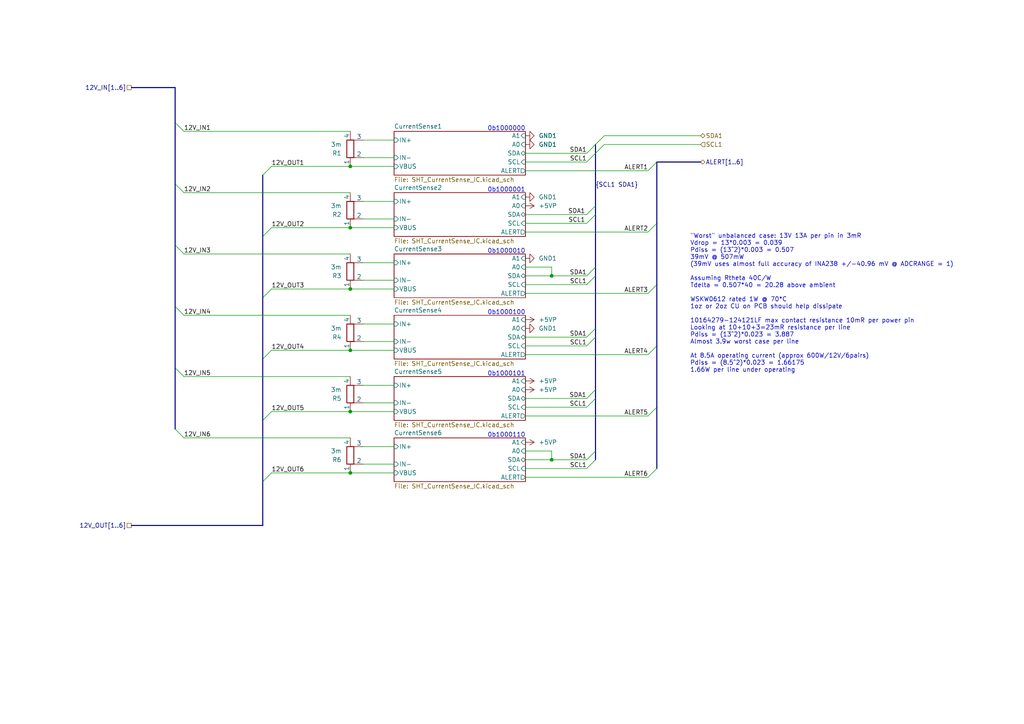
<source format=kicad_sch>
(kicad_sch
	(version 20250114)
	(generator "eeschema")
	(generator_version "9.0")
	(uuid "725cea38-44e7-4997-bb19-866dbeab6d7a")
	(paper "A4")
	(title_block
		(title "12V-2x6 Current Monitor")
		(date "2025-08-12")
		(rev "1")
		(company "eggsampler")
	)
	(lib_symbols
		(symbol "Device:R_Shunt"
			(pin_numbers
				(hide yes)
			)
			(pin_names
				(offset 0)
			)
			(exclude_from_sim no)
			(in_bom yes)
			(on_board yes)
			(property "Reference" "R"
				(at -4.445 0 90)
				(effects
					(font
						(size 1.27 1.27)
					)
				)
			)
			(property "Value" "R_Shunt"
				(at -2.54 0 90)
				(effects
					(font
						(size 1.27 1.27)
					)
				)
			)
			(property "Footprint" ""
				(at -1.778 0 90)
				(effects
					(font
						(size 1.27 1.27)
					)
					(hide yes)
				)
			)
			(property "Datasheet" "~"
				(at 0 0 0)
				(effects
					(font
						(size 1.27 1.27)
					)
					(hide yes)
				)
			)
			(property "Description" "Shunt resistor"
				(at 0 0 0)
				(effects
					(font
						(size 1.27 1.27)
					)
					(hide yes)
				)
			)
			(property "ki_keywords" "R res shunt resistor"
				(at 0 0 0)
				(effects
					(font
						(size 1.27 1.27)
					)
					(hide yes)
				)
			)
			(property "ki_fp_filters" "R_*Shunt*"
				(at 0 0 0)
				(effects
					(font
						(size 1.27 1.27)
					)
					(hide yes)
				)
			)
			(symbol "R_Shunt_0_1"
				(rectangle
					(start -1.016 -2.54)
					(end 1.016 2.54)
					(stroke
						(width 0.254)
						(type default)
					)
					(fill
						(type none)
					)
				)
				(polyline
					(pts
						(xy 0 -2.54) (xy 1.27 -2.54)
					)
					(stroke
						(width 0)
						(type default)
					)
					(fill
						(type none)
					)
				)
				(polyline
					(pts
						(xy 1.27 2.54) (xy 0 2.54)
					)
					(stroke
						(width 0)
						(type default)
					)
					(fill
						(type none)
					)
				)
			)
			(symbol "R_Shunt_1_1"
				(pin passive line
					(at 0 5.08 270)
					(length 2.54)
					(name "1"
						(effects
							(font
								(size 1.27 1.27)
							)
						)
					)
					(number "1"
						(effects
							(font
								(size 1.27 1.27)
							)
						)
					)
				)
				(pin passive line
					(at 0 -5.08 90)
					(length 2.54)
					(name "4"
						(effects
							(font
								(size 1.27 1.27)
							)
						)
					)
					(number "4"
						(effects
							(font
								(size 1.27 1.27)
							)
						)
					)
				)
				(pin passive line
					(at 3.81 2.54 180)
					(length 2.54)
					(name "2"
						(effects
							(font
								(size 1.27 1.27)
							)
						)
					)
					(number "2"
						(effects
							(font
								(size 1.27 1.27)
							)
						)
					)
				)
				(pin passive line
					(at 3.81 -2.54 180)
					(length 2.54)
					(name "3"
						(effects
							(font
								(size 1.27 1.27)
							)
						)
					)
					(number "3"
						(effects
							(font
								(size 1.27 1.27)
							)
						)
					)
				)
			)
			(embedded_fonts no)
		)
		(symbol "power:+5VP"
			(power)
			(pin_numbers
				(hide yes)
			)
			(pin_names
				(offset 0)
				(hide yes)
			)
			(exclude_from_sim no)
			(in_bom yes)
			(on_board yes)
			(property "Reference" "#PWR"
				(at 0 -3.81 0)
				(effects
					(font
						(size 1.27 1.27)
					)
					(hide yes)
				)
			)
			(property "Value" "+5VP"
				(at 0 3.556 0)
				(effects
					(font
						(size 1.27 1.27)
					)
				)
			)
			(property "Footprint" ""
				(at 0 0 0)
				(effects
					(font
						(size 1.27 1.27)
					)
					(hide yes)
				)
			)
			(property "Datasheet" ""
				(at 0 0 0)
				(effects
					(font
						(size 1.27 1.27)
					)
					(hide yes)
				)
			)
			(property "Description" "Power symbol creates a global label with name \"+5VP\""
				(at 0 0 0)
				(effects
					(font
						(size 1.27 1.27)
					)
					(hide yes)
				)
			)
			(property "ki_keywords" "global power"
				(at 0 0 0)
				(effects
					(font
						(size 1.27 1.27)
					)
					(hide yes)
				)
			)
			(symbol "+5VP_0_1"
				(polyline
					(pts
						(xy -0.762 1.27) (xy 0 2.54)
					)
					(stroke
						(width 0)
						(type default)
					)
					(fill
						(type none)
					)
				)
				(polyline
					(pts
						(xy 0 2.54) (xy 0.762 1.27)
					)
					(stroke
						(width 0)
						(type default)
					)
					(fill
						(type none)
					)
				)
				(polyline
					(pts
						(xy 0 0) (xy 0 2.54)
					)
					(stroke
						(width 0)
						(type default)
					)
					(fill
						(type none)
					)
				)
			)
			(symbol "+5VP_1_1"
				(pin power_in line
					(at 0 0 90)
					(length 0)
					(name "~"
						(effects
							(font
								(size 1.27 1.27)
							)
						)
					)
					(number "1"
						(effects
							(font
								(size 1.27 1.27)
							)
						)
					)
				)
			)
			(embedded_fonts no)
		)
		(symbol "power:GND1"
			(power)
			(pin_numbers
				(hide yes)
			)
			(pin_names
				(offset 0)
				(hide yes)
			)
			(exclude_from_sim no)
			(in_bom yes)
			(on_board yes)
			(property "Reference" "#PWR"
				(at 0 -6.35 0)
				(effects
					(font
						(size 1.27 1.27)
					)
					(hide yes)
				)
			)
			(property "Value" "GND1"
				(at 0 -3.81 0)
				(effects
					(font
						(size 1.27 1.27)
					)
				)
			)
			(property "Footprint" ""
				(at 0 0 0)
				(effects
					(font
						(size 1.27 1.27)
					)
					(hide yes)
				)
			)
			(property "Datasheet" ""
				(at 0 0 0)
				(effects
					(font
						(size 1.27 1.27)
					)
					(hide yes)
				)
			)
			(property "Description" "Power symbol creates a global label with name \"GND1\" , ground"
				(at 0 0 0)
				(effects
					(font
						(size 1.27 1.27)
					)
					(hide yes)
				)
			)
			(property "ki_keywords" "global power"
				(at 0 0 0)
				(effects
					(font
						(size 1.27 1.27)
					)
					(hide yes)
				)
			)
			(symbol "GND1_0_1"
				(polyline
					(pts
						(xy 0 0) (xy 0 -1.27) (xy 1.27 -1.27) (xy 0 -2.54) (xy -1.27 -1.27) (xy 0 -1.27)
					)
					(stroke
						(width 0)
						(type default)
					)
					(fill
						(type none)
					)
				)
			)
			(symbol "GND1_1_1"
				(pin power_in line
					(at 0 0 270)
					(length 0)
					(name "~"
						(effects
							(font
								(size 1.27 1.27)
							)
						)
					)
					(number "1"
						(effects
							(font
								(size 1.27 1.27)
							)
						)
					)
				)
			)
			(embedded_fonts no)
		)
	)
	(text "\"Worst\" unbalanced case: 13V 13A per pin in 3mR\nVdrop = 13*0.003 = 0.039\nPdiss = (13^2)*0.003 = 0.507\n39mV @ 507mW\n(39mV uses almost full accuracy of INA238 +/-40.96 mV @ ADCRANGE = 1)\n\nAssuming Rtheta 40C/W\nTdelta = 0.507*40 = 20.28 above ambient\n\nWSKW0612 rated 1W @ 70*C\n1oz or 2oz CU on PCB should help dissipate\n\n10164279-124121LF max contact resistance 10mR per power pin\nLooking at 10+10+3=23mR resistance per line\nPdiss = (13^2)*0.023 = 3.887\nAlmost 3.9w worst case per line\n\nAt 8.5A operating current (approx 600W/12V/6pairs)\nPdiss = (8.5^2)*0.023 = 1.66175\n1.66W per line under operating"
		(exclude_from_sim no)
		(at 200.152 67.818 0)
		(effects
			(font
				(size 1.27 1.27)
			)
			(justify left top)
		)
		(uuid "104717cd-1acd-4eda-863b-5539f87a326b")
	)
	(text "0b1000001"
		(exclude_from_sim no)
		(at 152.4 55.88 0)
		(effects
			(font
				(size 1.27 1.27)
			)
			(justify right bottom)
		)
		(uuid "453bf6f3-1014-47e3-a9bd-77a3a0ac0d57")
	)
	(text "0b1000100"
		(exclude_from_sim no)
		(at 152.4 91.44 0)
		(effects
			(font
				(size 1.27 1.27)
			)
			(justify right bottom)
		)
		(uuid "6f65e440-8ec5-4028-a7f6-131dcb98aad8")
	)
	(text "0b1000110"
		(exclude_from_sim no)
		(at 152.4 127 0)
		(effects
			(font
				(size 1.27 1.27)
			)
			(justify right bottom)
		)
		(uuid "71ef4514-3181-4109-963d-6e89ae88a924")
	)
	(text "0b1000101"
		(exclude_from_sim no)
		(at 152.4 109.22 0)
		(effects
			(font
				(size 1.27 1.27)
			)
			(justify right bottom)
		)
		(uuid "cd0b7419-f6bf-4779-9bed-e2ce8970208c")
	)
	(text "0b1000000"
		(exclude_from_sim no)
		(at 152.4 38.1 0)
		(effects
			(font
				(size 1.27 1.27)
			)
			(justify right bottom)
		)
		(uuid "e06382fb-967b-46bd-8003-51ee645f8ca9")
	)
	(text "0b1000010"
		(exclude_from_sim no)
		(at 152.4 73.66 0)
		(effects
			(font
				(size 1.27 1.27)
			)
			(justify right bottom)
		)
		(uuid "f175a604-e23f-40db-9b41-78de1d4a5da6")
	)
	(junction
		(at 101.6 119.38)
		(diameter 0)
		(color 0 0 0 0)
		(uuid "0f5e2ce5-b1c9-4906-b416-2e041fd76ace")
	)
	(junction
		(at 101.6 101.6)
		(diameter 0)
		(color 0 0 0 0)
		(uuid "44343f2b-89b1-4e84-86c2-644b00c891b8")
	)
	(junction
		(at 101.6 137.16)
		(diameter 0)
		(color 0 0 0 0)
		(uuid "5881efae-4f71-46cc-aaf1-5d593716f3e7")
	)
	(junction
		(at 160.02 80.01)
		(diameter 0)
		(color 0 0 0 0)
		(uuid "6bc3817c-b40d-46f2-bf4a-8780f666761e")
	)
	(junction
		(at 160.02 133.35)
		(diameter 0)
		(color 0 0 0 0)
		(uuid "71fa8ce3-16c4-4c89-aee2-802725c31bdd")
	)
	(junction
		(at 101.6 48.26)
		(diameter 0)
		(color 0 0 0 0)
		(uuid "7a30679e-7a56-414f-9380-ae611238db9e")
	)
	(junction
		(at 101.6 83.82)
		(diameter 0)
		(color 0 0 0 0)
		(uuid "82cdea78-ad1a-408a-b2db-85fdfa27c5d8")
	)
	(junction
		(at 101.6 66.04)
		(diameter 0)
		(color 0 0 0 0)
		(uuid "92ae1b10-c565-413b-b0ce-b7293f3ce39a")
	)
	(bus_entry
		(at 187.96 67.31)
		(size 2.54 -2.54)
		(stroke
			(width 0)
			(type default)
		)
		(uuid "1c4b2b4f-fc60-49d4-aec3-0bcb6f6dd388")
	)
	(bus_entry
		(at 170.18 64.77)
		(size 2.54 -2.54)
		(stroke
			(width 0)
			(type default)
		)
		(uuid "1f4ab19d-a8c1-4ce2-8a8c-2aa2331900fd")
	)
	(bus_entry
		(at 170.18 133.35)
		(size 2.54 -2.54)
		(stroke
			(width 0)
			(type default)
		)
		(uuid "24df1ad7-08b3-43f6-8df4-04118656831a")
	)
	(bus_entry
		(at 170.18 100.33)
		(size 2.54 -2.54)
		(stroke
			(width 0)
			(type default)
		)
		(uuid "301e8918-1251-4542-b1e8-de5b4840dad1")
	)
	(bus_entry
		(at 175.26 39.37)
		(size -2.54 2.54)
		(stroke
			(width 0)
			(type default)
		)
		(uuid "38bedf2e-7917-4f23-92e8-b510a34a48db")
	)
	(bus_entry
		(at 170.18 82.55)
		(size 2.54 -2.54)
		(stroke
			(width 0)
			(type default)
		)
		(uuid "3be82063-e393-4402-bf7c-745355b4a387")
	)
	(bus_entry
		(at 50.8 106.68)
		(size 2.54 2.54)
		(stroke
			(width 0)
			(type default)
		)
		(uuid "40a489a6-7674-4cfc-8d4e-d83f1a552c68")
	)
	(bus_entry
		(at 76.2 139.7)
		(size 2.54 -2.54)
		(stroke
			(width 0)
			(type default)
		)
		(uuid "4e504f77-189e-4d8a-b251-00f9da97d8c5")
	)
	(bus_entry
		(at 170.18 118.11)
		(size 2.54 -2.54)
		(stroke
			(width 0)
			(type default)
		)
		(uuid "4f80df49-a7c3-4d08-b26b-69cdebe889e1")
	)
	(bus_entry
		(at 50.8 124.46)
		(size 2.54 2.54)
		(stroke
			(width 0)
			(type default)
		)
		(uuid "5754b8bf-1566-4e49-91c9-812d676b429c")
	)
	(bus_entry
		(at 187.96 120.65)
		(size 2.54 -2.54)
		(stroke
			(width 0)
			(type default)
		)
		(uuid "5cf3869f-2083-47ee-85d0-2236cd79df92")
	)
	(bus_entry
		(at 76.2 86.36)
		(size 2.54 -2.54)
		(stroke
			(width 0)
			(type default)
		)
		(uuid "64176a45-b9df-465a-88bd-a6f3643ae8f2")
	)
	(bus_entry
		(at 50.8 71.12)
		(size 2.54 2.54)
		(stroke
			(width 0)
			(type default)
		)
		(uuid "6ba563d5-6347-45fe-8b7d-d0abd5f4f2f9")
	)
	(bus_entry
		(at 170.18 62.23)
		(size 2.54 -2.54)
		(stroke
			(width 0)
			(type default)
		)
		(uuid "79a058c6-d33e-492f-a26f-42ed4184a916")
	)
	(bus_entry
		(at 170.18 97.79)
		(size 2.54 -2.54)
		(stroke
			(width 0)
			(type default)
		)
		(uuid "7e0455ac-b5f5-4df7-b31d-1fd72d66fb08")
	)
	(bus_entry
		(at 170.18 80.01)
		(size 2.54 -2.54)
		(stroke
			(width 0)
			(type default)
		)
		(uuid "93f55881-6bc3-4631-9300-7bfc4c1e1bc7")
	)
	(bus_entry
		(at 50.8 53.34)
		(size 2.54 2.54)
		(stroke
			(width 0)
			(type default)
		)
		(uuid "96a0b9d6-b15a-4f4c-83d7-d578d73a02ed")
	)
	(bus_entry
		(at 50.8 88.9)
		(size 2.54 2.54)
		(stroke
			(width 0)
			(type default)
		)
		(uuid "97e6b60f-62c7-4f13-aff2-aae6882b6611")
	)
	(bus_entry
		(at 76.2 50.8)
		(size 2.54 -2.54)
		(stroke
			(width 0)
			(type default)
		)
		(uuid "9b3f536c-b3e9-4035-9317-aebb7c1b00cd")
	)
	(bus_entry
		(at 76.2 104.14)
		(size 2.54 -2.54)
		(stroke
			(width 0)
			(type default)
		)
		(uuid "9fce60f0-57e1-479e-8b1f-d5d52e468043")
	)
	(bus_entry
		(at 187.96 85.09)
		(size 2.54 -2.54)
		(stroke
			(width 0)
			(type default)
		)
		(uuid "a7b6e365-10bc-4235-a6f6-412802703b7f")
	)
	(bus_entry
		(at 170.18 44.45)
		(size 2.54 -2.54)
		(stroke
			(width 0)
			(type default)
		)
		(uuid "a8506a1a-ad41-4cfb-8f1a-1d3f805cb426")
	)
	(bus_entry
		(at 170.18 46.99)
		(size 2.54 -2.54)
		(stroke
			(width 0)
			(type default)
		)
		(uuid "be9b34e8-a6a9-445a-b1ad-91970fa8869f")
	)
	(bus_entry
		(at 187.96 49.53)
		(size 2.54 -2.54)
		(stroke
			(width 0)
			(type default)
		)
		(uuid "c199ace2-233b-4c14-bd6d-8a7e35c2f35e")
	)
	(bus_entry
		(at 170.18 115.57)
		(size 2.54 -2.54)
		(stroke
			(width 0)
			(type default)
		)
		(uuid "cf5e32b0-da7a-4bed-870a-54b02c6c2da6")
	)
	(bus_entry
		(at 187.96 102.87)
		(size 2.54 -2.54)
		(stroke
			(width 0)
			(type default)
		)
		(uuid "d2c5a651-689a-4d89-85c2-65f564473a49")
	)
	(bus_entry
		(at 175.26 41.91)
		(size -2.54 2.54)
		(stroke
			(width 0)
			(type default)
		)
		(uuid "d8bd3d69-2cfd-41ff-9cf1-2a2d0f195643")
	)
	(bus_entry
		(at 170.18 135.89)
		(size 2.54 -2.54)
		(stroke
			(width 0)
			(type default)
		)
		(uuid "da281e3c-328b-43c7-b94b-10c3c9480893")
	)
	(bus_entry
		(at 50.8 35.56)
		(size 2.54 2.54)
		(stroke
			(width 0)
			(type default)
		)
		(uuid "fa99a09f-1de6-4d0a-9c00-fb0f9a3f52dd")
	)
	(bus_entry
		(at 76.2 121.92)
		(size 2.54 -2.54)
		(stroke
			(width 0)
			(type default)
		)
		(uuid "fb1f7c28-5fc0-4186-ab0b-5957d650b52b")
	)
	(bus_entry
		(at 187.96 138.43)
		(size 2.54 -2.54)
		(stroke
			(width 0)
			(type default)
		)
		(uuid "fd71982f-df1d-494a-9d27-1aff3207fa60")
	)
	(bus_entry
		(at 76.2 68.58)
		(size 2.54 -2.54)
		(stroke
			(width 0)
			(type default)
		)
		(uuid "ff245fb3-d4c6-4643-8a9c-951abf8cb852")
	)
	(wire
		(pts
			(xy 105.41 111.76) (xy 114.3 111.76)
		)
		(stroke
			(width 0)
			(type default)
		)
		(uuid "01784c57-a0ac-4bdd-a87a-9307a1c85c28")
	)
	(wire
		(pts
			(xy 152.4 49.53) (xy 187.96 49.53)
		)
		(stroke
			(width 0)
			(type default)
		)
		(uuid "01972c31-0ca3-4810-b60c-0e5c327933b9")
	)
	(wire
		(pts
			(xy 105.41 81.28) (xy 114.3 81.28)
		)
		(stroke
			(width 0)
			(type default)
		)
		(uuid "01e855a5-4792-401c-9046-a3d05ad7979e")
	)
	(bus
		(pts
			(xy 38.1 25.4) (xy 50.8 25.4)
		)
		(stroke
			(width 0)
			(type default)
		)
		(uuid "0427dd99-36fd-471c-b8d0-4ab8064f3760")
	)
	(wire
		(pts
			(xy 78.74 137.16) (xy 101.6 137.16)
		)
		(stroke
			(width 0)
			(type default)
		)
		(uuid "052cd991-6529-479d-a8f6-8b22dcb3fd1e")
	)
	(bus
		(pts
			(xy 190.5 64.77) (xy 190.5 46.99)
		)
		(stroke
			(width 0)
			(type default)
		)
		(uuid "05b527b6-c82e-48a2-a2c1-49189e55926c")
	)
	(wire
		(pts
			(xy 101.6 66.04) (xy 114.3 66.04)
		)
		(stroke
			(width 0)
			(type default)
		)
		(uuid "071838f4-999f-47d5-9041-10175daeda45")
	)
	(bus
		(pts
			(xy 172.72 95.25) (xy 172.72 97.79)
		)
		(stroke
			(width 0)
			(type default)
		)
		(uuid "09118b4a-5f5d-4e75-a604-1fbce1753d97")
	)
	(wire
		(pts
			(xy 53.34 55.88) (xy 101.6 55.88)
		)
		(stroke
			(width 0)
			(type default)
		)
		(uuid "0b0b478a-248b-414b-b8de-bb1338ddf9f8")
	)
	(wire
		(pts
			(xy 78.74 119.38) (xy 101.6 119.38)
		)
		(stroke
			(width 0)
			(type default)
		)
		(uuid "0e6188b5-33b8-488e-89b1-b115a24ed193")
	)
	(wire
		(pts
			(xy 160.02 77.47) (xy 160.02 80.01)
		)
		(stroke
			(width 0)
			(type default)
		)
		(uuid "0faf74f4-b7fd-4d4c-9e6f-33952c7457bb")
	)
	(bus
		(pts
			(xy 190.5 82.55) (xy 190.5 64.77)
		)
		(stroke
			(width 0)
			(type default)
		)
		(uuid "12bfec58-2be1-41f6-8e41-16b9c8386c13")
	)
	(wire
		(pts
			(xy 152.4 100.33) (xy 170.18 100.33)
		)
		(stroke
			(width 0)
			(type default)
		)
		(uuid "133fce8e-b087-4956-a705-7abe8a52cee2")
	)
	(bus
		(pts
			(xy 172.72 77.47) (xy 172.72 80.01)
		)
		(stroke
			(width 0)
			(type default)
		)
		(uuid "1540be28-720a-4164-92c4-7c348950a0b2")
	)
	(bus
		(pts
			(xy 50.8 106.68) (xy 50.8 88.9)
		)
		(stroke
			(width 0)
			(type default)
		)
		(uuid "160ac0cb-e27e-4f70-a5ba-0de78586537c")
	)
	(bus
		(pts
			(xy 76.2 104.14) (xy 76.2 121.92)
		)
		(stroke
			(width 0)
			(type default)
		)
		(uuid "17cd4bf4-2536-4962-9eea-2ece3db869db")
	)
	(wire
		(pts
			(xy 160.02 130.81) (xy 160.02 133.35)
		)
		(stroke
			(width 0)
			(type default)
		)
		(uuid "191bda06-174b-4ad8-94a8-44eb8fdd13b1")
	)
	(wire
		(pts
			(xy 53.34 109.22) (xy 101.6 109.22)
		)
		(stroke
			(width 0)
			(type default)
		)
		(uuid "24b82bd1-909e-472d-879f-2d8e4a3a6ece")
	)
	(wire
		(pts
			(xy 105.41 58.42) (xy 114.3 58.42)
		)
		(stroke
			(width 0)
			(type default)
		)
		(uuid "25252edd-c388-40da-9203-2415c359573d")
	)
	(wire
		(pts
			(xy 53.34 73.66) (xy 101.6 73.66)
		)
		(stroke
			(width 0)
			(type default)
		)
		(uuid "27b741cb-d1f9-4688-bac5-c4cdca089ea8")
	)
	(wire
		(pts
			(xy 105.41 45.72) (xy 114.3 45.72)
		)
		(stroke
			(width 0)
			(type default)
		)
		(uuid "2cd14aca-13ef-4064-9c35-8f52cba8a405")
	)
	(wire
		(pts
			(xy 152.4 64.77) (xy 170.18 64.77)
		)
		(stroke
			(width 0)
			(type default)
		)
		(uuid "2ce26492-d406-4e4c-a898-7dcb8eeb47e4")
	)
	(wire
		(pts
			(xy 152.4 46.99) (xy 170.18 46.99)
		)
		(stroke
			(width 0)
			(type default)
		)
		(uuid "2ef84525-5a20-413b-949e-0dcde3a102dd")
	)
	(wire
		(pts
			(xy 160.02 133.35) (xy 152.4 133.35)
		)
		(stroke
			(width 0)
			(type default)
		)
		(uuid "2f9f4981-2f08-4101-b99b-be91d878f2d3")
	)
	(wire
		(pts
			(xy 105.41 76.2) (xy 114.3 76.2)
		)
		(stroke
			(width 0)
			(type default)
		)
		(uuid "3065c059-f2a5-4b06-ae26-238ab0bd76d1")
	)
	(wire
		(pts
			(xy 105.41 116.84) (xy 114.3 116.84)
		)
		(stroke
			(width 0)
			(type default)
		)
		(uuid "3345138a-36fa-42a7-8a23-100e6b2b31a7")
	)
	(bus
		(pts
			(xy 76.2 139.7) (xy 76.2 152.4)
		)
		(stroke
			(width 0)
			(type default)
		)
		(uuid "3895d340-ed55-4850-bd1d-f15ab60a0ff8")
	)
	(wire
		(pts
			(xy 152.4 130.81) (xy 160.02 130.81)
		)
		(stroke
			(width 0)
			(type default)
		)
		(uuid "39892fa1-9b33-467e-87ad-e2d1191007c0")
	)
	(wire
		(pts
			(xy 78.74 101.6) (xy 101.6 101.6)
		)
		(stroke
			(width 0)
			(type default)
		)
		(uuid "3a0481cc-271c-4667-9ec1-82180a4bc6a0")
	)
	(wire
		(pts
			(xy 105.41 99.06) (xy 114.3 99.06)
		)
		(stroke
			(width 0)
			(type default)
		)
		(uuid "3d8f8774-8ff0-4c0d-8a8c-8757aaf7f317")
	)
	(bus
		(pts
			(xy 190.5 135.89) (xy 190.5 118.11)
		)
		(stroke
			(width 0)
			(type default)
		)
		(uuid "3e7c09b7-0d2f-4616-aa36-f94f138607c5")
	)
	(bus
		(pts
			(xy 172.72 44.45) (xy 172.72 59.69)
		)
		(stroke
			(width 0)
			(type default)
		)
		(uuid "411ab51c-f87d-4017-ac9c-0a393d5f4616")
	)
	(bus
		(pts
			(xy 76.2 68.58) (xy 76.2 86.36)
		)
		(stroke
			(width 0)
			(type default)
		)
		(uuid "4cdf22c6-7402-438f-8a92-c84f0369dc89")
	)
	(bus
		(pts
			(xy 38.1 152.4) (xy 76.2 152.4)
		)
		(stroke
			(width 0)
			(type default)
		)
		(uuid "573d4147-5d2a-404c-a6d7-1e4ff5c4a538")
	)
	(wire
		(pts
			(xy 101.6 83.82) (xy 114.3 83.82)
		)
		(stroke
			(width 0)
			(type default)
		)
		(uuid "5a870d62-77a6-4ba9-8813-91bb50839311")
	)
	(wire
		(pts
			(xy 152.4 120.65) (xy 187.96 120.65)
		)
		(stroke
			(width 0)
			(type default)
		)
		(uuid "5d5210f2-29a8-407f-b5e9-b828c0b676c3")
	)
	(bus
		(pts
			(xy 172.72 115.57) (xy 172.72 130.81)
		)
		(stroke
			(width 0)
			(type default)
		)
		(uuid "5e85972e-4a7b-44db-b683-1720db73c3ab")
	)
	(wire
		(pts
			(xy 105.41 93.98) (xy 114.3 93.98)
		)
		(stroke
			(width 0)
			(type default)
		)
		(uuid "61ec6811-7352-4ec0-b799-fd76ee1e1d15")
	)
	(wire
		(pts
			(xy 101.6 119.38) (xy 114.3 119.38)
		)
		(stroke
			(width 0)
			(type default)
		)
		(uuid "62b60be5-6332-4349-98f7-9ab62d985504")
	)
	(wire
		(pts
			(xy 78.74 66.04) (xy 101.6 66.04)
		)
		(stroke
			(width 0)
			(type default)
		)
		(uuid "62d23e9d-facf-403c-87c6-d591db2dc53a")
	)
	(wire
		(pts
			(xy 53.34 38.1) (xy 101.6 38.1)
		)
		(stroke
			(width 0)
			(type default)
		)
		(uuid "67ce58b0-72b5-49fb-b12a-0682f7ea464a")
	)
	(wire
		(pts
			(xy 152.4 135.89) (xy 170.18 135.89)
		)
		(stroke
			(width 0)
			(type default)
		)
		(uuid "6ae77722-5957-42b9-99ad-a008bdd4e570")
	)
	(bus
		(pts
			(xy 76.2 121.92) (xy 76.2 139.7)
		)
		(stroke
			(width 0)
			(type default)
		)
		(uuid "6c628fe5-bd21-4e42-a787-3e6a0ec2ed26")
	)
	(wire
		(pts
			(xy 105.41 129.54) (xy 114.3 129.54)
		)
		(stroke
			(width 0)
			(type default)
		)
		(uuid "6cf44f0d-c9ce-4fb1-9683-7ffcc453ee99")
	)
	(bus
		(pts
			(xy 76.2 50.8) (xy 76.2 68.58)
		)
		(stroke
			(width 0)
			(type default)
		)
		(uuid "6e56f320-d390-408a-b493-040a9aae2b68")
	)
	(wire
		(pts
			(xy 152.4 85.09) (xy 187.96 85.09)
		)
		(stroke
			(width 0)
			(type default)
		)
		(uuid "78aac6bd-3c6b-4297-80ed-0693001ba2d1")
	)
	(wire
		(pts
			(xy 152.4 77.47) (xy 160.02 77.47)
		)
		(stroke
			(width 0)
			(type default)
		)
		(uuid "7917da8f-7e59-4e31-bc78-a9771f32697d")
	)
	(bus
		(pts
			(xy 50.8 88.9) (xy 50.8 71.12)
		)
		(stroke
			(width 0)
			(type default)
		)
		(uuid "798eba50-1609-48bb-a1bc-7f24fde9e7f6")
	)
	(wire
		(pts
			(xy 175.26 39.37) (xy 203.2 39.37)
		)
		(stroke
			(width 0)
			(type default)
		)
		(uuid "7a97918b-727e-47c0-b3d1-40041aa8b2d3")
	)
	(wire
		(pts
			(xy 101.6 101.6) (xy 114.3 101.6)
		)
		(stroke
			(width 0)
			(type default)
		)
		(uuid "7bfd1570-df9a-45c2-bede-cf8f9e60ef1d")
	)
	(wire
		(pts
			(xy 101.6 137.16) (xy 114.3 137.16)
		)
		(stroke
			(width 0)
			(type default)
		)
		(uuid "7e2040bd-0e02-4288-adb1-99e80d9f4eaf")
	)
	(wire
		(pts
			(xy 105.41 134.62) (xy 114.3 134.62)
		)
		(stroke
			(width 0)
			(type default)
		)
		(uuid "861d890c-259c-4287-b8d5-708f8db46693")
	)
	(bus
		(pts
			(xy 50.8 124.46) (xy 50.8 106.68)
		)
		(stroke
			(width 0)
			(type default)
		)
		(uuid "893370a9-23c9-4755-bd68-b9aa11af122c")
	)
	(wire
		(pts
			(xy 152.4 62.23) (xy 170.18 62.23)
		)
		(stroke
			(width 0)
			(type default)
		)
		(uuid "90c721cd-1758-427a-8c0c-8634d62acbde")
	)
	(bus
		(pts
			(xy 172.72 62.23) (xy 172.72 77.47)
		)
		(stroke
			(width 0)
			(type default)
		)
		(uuid "91612c54-16e0-4493-95a5-99a317664aaa")
	)
	(bus
		(pts
			(xy 190.5 100.33) (xy 190.5 82.55)
		)
		(stroke
			(width 0)
			(type default)
		)
		(uuid "91d1550a-88ae-4bc0-bb42-51890e01799e")
	)
	(bus
		(pts
			(xy 172.72 59.69) (xy 172.72 62.23)
		)
		(stroke
			(width 0)
			(type default)
		)
		(uuid "985f0e5b-e10b-43d0-acdb-df5bc1bb875c")
	)
	(wire
		(pts
			(xy 53.34 91.44) (xy 101.6 91.44)
		)
		(stroke
			(width 0)
			(type default)
		)
		(uuid "99e7fdf1-c31f-40e3-a5bb-b3086d4f9572")
	)
	(bus
		(pts
			(xy 190.5 46.99) (xy 203.2 46.99)
		)
		(stroke
			(width 0)
			(type default)
		)
		(uuid "9d5bcb8a-0286-4acf-85a3-26ff3f1a91f2")
	)
	(wire
		(pts
			(xy 160.02 133.35) (xy 170.18 133.35)
		)
		(stroke
			(width 0)
			(type default)
		)
		(uuid "9ee977c7-5d2b-428a-81b7-6eb1e69d18da")
	)
	(wire
		(pts
			(xy 152.4 97.79) (xy 170.18 97.79)
		)
		(stroke
			(width 0)
			(type default)
		)
		(uuid "a9f99fad-ec25-4ea3-a4aa-95b3fa2d4573")
	)
	(wire
		(pts
			(xy 152.4 82.55) (xy 170.18 82.55)
		)
		(stroke
			(width 0)
			(type default)
		)
		(uuid "aa4988db-fdc3-4b35-8a67-22226c1948a1")
	)
	(wire
		(pts
			(xy 101.6 48.26) (xy 114.3 48.26)
		)
		(stroke
			(width 0)
			(type default)
		)
		(uuid "ac02063f-5c93-4f16-afa2-c4274fcc3bbd")
	)
	(bus
		(pts
			(xy 190.5 118.11) (xy 190.5 100.33)
		)
		(stroke
			(width 0)
			(type default)
		)
		(uuid "ad2c3ba4-cdc5-4003-acdc-450677886428")
	)
	(wire
		(pts
			(xy 105.41 63.5) (xy 114.3 63.5)
		)
		(stroke
			(width 0)
			(type default)
		)
		(uuid "ad9ce7cd-805d-4cde-81a3-44d69834730b")
	)
	(bus
		(pts
			(xy 172.72 41.91) (xy 172.72 44.45)
		)
		(stroke
			(width 0)
			(type default)
		)
		(uuid "b8614a0a-dba7-4b43-849f-78fd29a97cf9")
	)
	(bus
		(pts
			(xy 172.72 97.79) (xy 172.72 113.03)
		)
		(stroke
			(width 0)
			(type default)
		)
		(uuid "bc91ca40-00fb-4797-b06c-6319d4cbfca2")
	)
	(bus
		(pts
			(xy 172.72 113.03) (xy 172.72 115.57)
		)
		(stroke
			(width 0)
			(type default)
		)
		(uuid "c0b9802e-2026-4a23-bea7-2a0174ae0c8a")
	)
	(wire
		(pts
			(xy 78.74 48.26) (xy 101.6 48.26)
		)
		(stroke
			(width 0)
			(type default)
		)
		(uuid "c11a65d8-b4ab-4d82-a774-589370512005")
	)
	(wire
		(pts
			(xy 152.4 115.57) (xy 170.18 115.57)
		)
		(stroke
			(width 0)
			(type default)
		)
		(uuid "c17fd632-9910-4568-984f-e8c8279c8d11")
	)
	(wire
		(pts
			(xy 152.4 80.01) (xy 160.02 80.01)
		)
		(stroke
			(width 0)
			(type default)
		)
		(uuid "c8cb5135-f5a4-4780-a102-64a11b7ebbc2")
	)
	(bus
		(pts
			(xy 50.8 25.4) (xy 50.8 35.56)
		)
		(stroke
			(width 0)
			(type default)
		)
		(uuid "cb6f17e7-c5b2-4b53-98bb-d0eb1f2f5381")
	)
	(wire
		(pts
			(xy 53.34 127) (xy 101.6 127)
		)
		(stroke
			(width 0)
			(type default)
		)
		(uuid "cbdfef0e-4b66-4249-8a01-6a781fabe640")
	)
	(wire
		(pts
			(xy 152.4 118.11) (xy 170.18 118.11)
		)
		(stroke
			(width 0)
			(type default)
		)
		(uuid "d100a33b-bf5f-4f0a-8931-f783764727ed")
	)
	(wire
		(pts
			(xy 105.41 40.64) (xy 114.3 40.64)
		)
		(stroke
			(width 0)
			(type default)
		)
		(uuid "d2a824a9-0435-46dc-a393-2d003dcbe7ec")
	)
	(wire
		(pts
			(xy 152.4 67.31) (xy 187.96 67.31)
		)
		(stroke
			(width 0)
			(type default)
		)
		(uuid "d681d90b-a35f-4c51-9389-d71d9eca19d9")
	)
	(bus
		(pts
			(xy 172.72 130.81) (xy 172.72 133.35)
		)
		(stroke
			(width 0)
			(type default)
		)
		(uuid "dc6d5fa3-6211-4752-a7c3-49d82e0dfe55")
	)
	(wire
		(pts
			(xy 203.2 41.91) (xy 175.26 41.91)
		)
		(stroke
			(width 0)
			(type default)
		)
		(uuid "decb7461-51d5-4d33-b1c9-6bfede5feabc")
	)
	(bus
		(pts
			(xy 76.2 86.36) (xy 76.2 104.14)
		)
		(stroke
			(width 0)
			(type default)
		)
		(uuid "e1902f32-6e38-42d3-b3d9-2e526f5e7aed")
	)
	(wire
		(pts
			(xy 78.74 83.82) (xy 101.6 83.82)
		)
		(stroke
			(width 0)
			(type default)
		)
		(uuid "e26e5025-6a18-486e-9857-edc733548ffc")
	)
	(bus
		(pts
			(xy 50.8 53.34) (xy 50.8 71.12)
		)
		(stroke
			(width 0)
			(type default)
		)
		(uuid "e7f0f3ca-af3e-4a55-83bc-6f0abb8a965c")
	)
	(wire
		(pts
			(xy 160.02 80.01) (xy 170.18 80.01)
		)
		(stroke
			(width 0)
			(type default)
		)
		(uuid "e846b7c5-986c-441b-9c68-3200bfb0346a")
	)
	(bus
		(pts
			(xy 172.72 80.01) (xy 172.72 95.25)
		)
		(stroke
			(width 0)
			(type default)
		)
		(uuid "eca083c1-9391-41f4-ae44-b23568589a9b")
	)
	(wire
		(pts
			(xy 152.4 138.43) (xy 187.96 138.43)
		)
		(stroke
			(width 0)
			(type default)
		)
		(uuid "eeecfa9d-e438-43ca-984e-6d447d946aa1")
	)
	(wire
		(pts
			(xy 152.4 44.45) (xy 170.18 44.45)
		)
		(stroke
			(width 0)
			(type default)
		)
		(uuid "f39bca38-0938-463c-9c77-acf50a973050")
	)
	(bus
		(pts
			(xy 50.8 35.56) (xy 50.8 53.34)
		)
		(stroke
			(width 0)
			(type default)
		)
		(uuid "fb299065-863f-48e3-8a21-3645d790b03c")
	)
	(wire
		(pts
			(xy 152.4 102.87) (xy 187.96 102.87)
		)
		(stroke
			(width 0)
			(type default)
		)
		(uuid "fdf5b104-765f-4e90-81de-597a6cfb85a4")
	)
	(label "ALERT2"
		(at 187.96 67.31 180)
		(effects
			(font
				(size 1.27 1.27)
			)
			(justify right bottom)
		)
		(uuid "0530437d-2a1c-41a3-9137-f865da3fa153")
	)
	(label "ALERT5"
		(at 187.96 120.65 180)
		(effects
			(font
				(size 1.27 1.27)
			)
			(justify right bottom)
		)
		(uuid "0e1bf806-7cbe-489a-b436-6c84317d83b5")
	)
	(label "12V_OUT3"
		(at 78.74 83.82 0)
		(effects
			(font
				(size 1.27 1.27)
			)
			(justify left bottom)
		)
		(uuid "119a7edf-72a4-4ffc-872c-f160c62bb8ae")
	)
	(label "ALERT1"
		(at 187.96 49.53 180)
		(effects
			(font
				(size 1.27 1.27)
			)
			(justify right bottom)
		)
		(uuid "17d70fbb-b832-4b4d-9405-2e29f02edc91")
	)
	(label "SDA1"
		(at 170.18 80.01 180)
		(effects
			(font
				(size 1.27 1.27)
			)
			(justify right bottom)
		)
		(uuid "249e3da2-268f-4b9b-ba31-2c1b758ce9ce")
	)
	(label "12V_OUT5"
		(at 78.74 119.38 0)
		(effects
			(font
				(size 1.27 1.27)
			)
			(justify left bottom)
		)
		(uuid "266010e3-fe7d-4e5e-ae60-5e77330820f6")
	)
	(label "SDA1"
		(at 170.18 133.35 180)
		(effects
			(font
				(size 1.27 1.27)
			)
			(justify right bottom)
		)
		(uuid "342027bb-e481-49b4-9741-9fdc51ebb07a")
	)
	(label "12V_OUT2"
		(at 78.74 66.04 0)
		(effects
			(font
				(size 1.27 1.27)
			)
			(justify left bottom)
		)
		(uuid "38691b5a-ca86-4532-b7bc-52d58b221865")
	)
	(label "12V_IN6"
		(at 53.34 127 0)
		(effects
			(font
				(size 1.27 1.27)
			)
			(justify left bottom)
		)
		(uuid "46cb66dc-557b-48ba-9cfc-fecf5ca021dc")
	)
	(label "ALERT3"
		(at 187.96 85.09 180)
		(effects
			(font
				(size 1.27 1.27)
			)
			(justify right bottom)
		)
		(uuid "4eb063d5-b8dc-4ed4-b315-dc0b1b3ab0d2")
	)
	(label "12V_IN5"
		(at 53.34 109.22 0)
		(effects
			(font
				(size 1.27 1.27)
			)
			(justify left bottom)
		)
		(uuid "59111178-3121-4429-939b-df139b637c03")
	)
	(label "SCL1"
		(at 170.18 82.55 180)
		(effects
			(font
				(size 1.27 1.27)
			)
			(justify right bottom)
		)
		(uuid "59acc616-332b-4c75-89b6-0e15387f0f58")
	)
	(label "SDA1"
		(at 170.18 97.79 180)
		(effects
			(font
				(size 1.27 1.27)
			)
			(justify right bottom)
		)
		(uuid "684781ec-c161-4585-87b5-bff6c4091b2a")
	)
	(label "ALERT4"
		(at 187.96 102.87 180)
		(effects
			(font
				(size 1.27 1.27)
			)
			(justify right bottom)
		)
		(uuid "74ebac75-3264-4abb-b252-31c496cd468d")
	)
	(label "SCL1"
		(at 170.18 135.89 180)
		(effects
			(font
				(size 1.27 1.27)
			)
			(justify right bottom)
		)
		(uuid "8350ecc3-51ca-4159-a108-29da5a726b3a")
	)
	(label "12V_IN3"
		(at 53.34 73.66 0)
		(effects
			(font
				(size 1.27 1.27)
			)
			(justify left bottom)
		)
		(uuid "854b159f-4639-443b-91d9-92c859da72bd")
	)
	(label "12V_IN1"
		(at 53.34 38.1 0)
		(effects
			(font
				(size 1.27 1.27)
			)
			(justify left bottom)
		)
		(uuid "87be98be-beeb-4405-aac1-1e5879c3ceb3")
	)
	(label "SCL1"
		(at 170.18 100.33 180)
		(effects
			(font
				(size 1.27 1.27)
			)
			(justify right bottom)
		)
		(uuid "9540ddef-3369-4922-8579-8946ef49f32a")
	)
	(label "SDA1"
		(at 170.1017 115.57 180)
		(effects
			(font
				(size 1.27 1.27)
			)
			(justify right bottom)
		)
		(uuid "a132d3a3-d5e8-46b7-8cc2-22e283cf3f27")
	)
	(label "12V_OUT4"
		(at 78.74 101.6 0)
		(effects
			(font
				(size 1.27 1.27)
			)
			(justify left bottom)
		)
		(uuid "a2a38d3a-8f2b-485d-a620-675cb5e914d5")
	)
	(label "SCL1"
		(at 170.1017 118.11 180)
		(effects
			(font
				(size 1.27 1.27)
			)
			(justify right bottom)
		)
		(uuid "a9c6537c-2759-4e39-8717-831a84e0fd6c")
	)
	(label "{SCL1 SDA1}"
		(at 172.72 54.61 0)
		(effects
			(font
				(size 1.27 1.27)
			)
			(justify left bottom)
		)
		(uuid "ab848de9-468d-43c9-bc77-47550f601d3c")
	)
	(label "12V_OUT6"
		(at 78.74 137.16 0)
		(effects
			(font
				(size 1.27 1.27)
			)
			(justify left bottom)
		)
		(uuid "b07a8d56-8293-4cce-850c-eec9fd6c1293")
	)
	(label "SCL1"
		(at 169.7456 64.77 180)
		(effects
			(font
				(size 1.27 1.27)
			)
			(justify right bottom)
		)
		(uuid "bb0f6fb9-e4b8-4659-a7ea-f7ef005aa774")
	)
	(label "SCL1"
		(at 170.18 46.99 180)
		(effects
			(font
				(size 1.27 1.27)
			)
			(justify right bottom)
		)
		(uuid "be2c753f-e82d-44d4-a929-dff80fa83809")
	)
	(label "12V_IN4"
		(at 53.34 91.44 0)
		(effects
			(font
				(size 1.27 1.27)
			)
			(justify left bottom)
		)
		(uuid "cc49aa98-ba81-4101-8f20-19953f902f23")
	)
	(label "SDA1"
		(at 170.18 44.45 180)
		(effects
			(font
				(size 1.27 1.27)
			)
			(justify right bottom)
		)
		(uuid "d84844a1-ec7b-4756-b0ff-24ea6747964c")
	)
	(label "SDA1"
		(at 169.7456 62.23 180)
		(effects
			(font
				(size 1.27 1.27)
			)
			(justify right bottom)
		)
		(uuid "de9c504c-eb52-41d7-8be5-064655f69380")
	)
	(label "12V_IN2"
		(at 53.34 55.88 0)
		(effects
			(font
				(size 1.27 1.27)
			)
			(justify left bottom)
		)
		(uuid "e44c2b46-bfff-4cb4-b443-7b01f7f12c7e")
	)
	(label "ALERT6"
		(at 187.96 138.43 180)
		(effects
			(font
				(size 1.27 1.27)
			)
			(justify right bottom)
		)
		(uuid "ec6b7e03-729b-4492-996c-faf986370bd1")
	)
	(label "12V_OUT1"
		(at 78.74 48.26 0)
		(effects
			(font
				(size 1.27 1.27)
			)
			(justify left bottom)
		)
		(uuid "f33f1ad3-5207-4201-9f63-834147cfd80c")
	)
	(hierarchical_label "SDA1"
		(shape bidirectional)
		(at 203.2 39.37 0)
		(effects
			(font
				(size 1.27 1.27)
			)
			(justify left)
		)
		(uuid "23eb1cce-d5c6-476e-90f9-5ffe7c47c476")
	)
	(hierarchical_label "ALERT[1..6]"
		(shape bidirectional)
		(at 203.2 46.99 0)
		(effects
			(font
				(size 1.27 1.27)
			)
			(justify left)
		)
		(uuid "280902ff-d479-42b6-bbce-fece769dee00")
	)
	(hierarchical_label "SCL1"
		(shape input)
		(at 203.2 41.91 0)
		(effects
			(font
				(size 1.27 1.27)
			)
			(justify left)
		)
		(uuid "4bd1e9cb-bc22-46c1-94c2-d91878ce29e5")
	)
	(hierarchical_label "12V_OUT[1..6]"
		(shape passive)
		(at 38.1 152.4 180)
		(effects
			(font
				(size 1.27 1.27)
			)
			(justify right)
		)
		(uuid "78ca9fce-8947-46a4-810e-d61590728285")
	)
	(hierarchical_label "12V_IN[1..6]"
		(shape passive)
		(at 38.1 25.4 180)
		(effects
			(font
				(size 1.27 1.27)
			)
			(justify right)
		)
		(uuid "f8fd15c7-3dea-4a61-b65c-3bea2d1555d8")
	)
	(symbol
		(lib_id "power:GND1")
		(at 152.4 74.93 90)
		(unit 1)
		(exclude_from_sim no)
		(in_bom yes)
		(on_board yes)
		(dnp no)
		(fields_autoplaced yes)
		(uuid "06a46d7c-71e6-4a56-8e50-ebdeee82c169")
		(property "Reference" "#PWR021"
			(at 158.75 74.93 0)
			(effects
				(font
					(size 1.27 1.27)
				)
				(hide yes)
			)
		)
		(property "Value" "GND1"
			(at 156.21 74.9299 90)
			(effects
				(font
					(size 1.27 1.27)
				)
				(justify right)
			)
		)
		(property "Footprint" ""
			(at 152.4 74.93 0)
			(effects
				(font
					(size 1.27 1.27)
				)
				(hide yes)
			)
		)
		(property "Datasheet" ""
			(at 152.4 74.93 0)
			(effects
				(font
					(size 1.27 1.27)
				)
				(hide yes)
			)
		)
		(property "Description" "Power symbol creates a global label with name \"GND1\" , ground"
			(at 152.4 74.93 0)
			(effects
				(font
					(size 1.27 1.27)
				)
				(hide yes)
			)
		)
		(pin "1"
			(uuid "6d0d9c63-d75e-4146-8fee-838a167d747b")
		)
		(instances
			(project "12v-2x6"
				(path "/8b0d253f-310b-49c8-a50d-a58538d7eb55/5f64c334-7659-4c76-9323-ebfdee80268f"
					(reference "#PWR021")
					(unit 1)
				)
			)
		)
	)
	(symbol
		(lib_id "power:+5VP")
		(at 152.4 113.03 270)
		(unit 1)
		(exclude_from_sim no)
		(in_bom yes)
		(on_board yes)
		(dnp no)
		(fields_autoplaced yes)
		(uuid "1bfb0783-6ff3-44bd-8a9d-bab9e50fef60")
		(property "Reference" "#PWR0107"
			(at 148.59 113.03 0)
			(effects
				(font
					(size 1.27 1.27)
				)
				(hide yes)
			)
		)
		(property "Value" "+5VP"
			(at 156.21 113.0299 90)
			(effects
				(font
					(size 1.27 1.27)
				)
				(justify left)
			)
		)
		(property "Footprint" ""
			(at 152.4 113.03 0)
			(effects
				(font
					(size 1.27 1.27)
				)
				(hide yes)
			)
		)
		(property "Datasheet" ""
			(at 152.4 113.03 0)
			(effects
				(font
					(size 1.27 1.27)
				)
				(hide yes)
			)
		)
		(property "Description" "Power symbol creates a global label with name \"+5VP\""
			(at 152.4 113.03 0)
			(effects
				(font
					(size 1.27 1.27)
				)
				(hide yes)
			)
		)
		(pin "1"
			(uuid "dbda2ddd-c671-43a8-b456-a13b6c81b1cd")
		)
		(instances
			(project "12v-2x6"
				(path "/8b0d253f-310b-49c8-a50d-a58538d7eb55/5f64c334-7659-4c76-9323-ebfdee80268f"
					(reference "#PWR0107")
					(unit 1)
				)
			)
		)
	)
	(symbol
		(lib_id "power:GND1")
		(at 152.4 95.25 90)
		(unit 1)
		(exclude_from_sim no)
		(in_bom yes)
		(on_board yes)
		(dnp no)
		(fields_autoplaced yes)
		(uuid "1db8c1e3-59c5-409f-abed-43cff861a503")
		(property "Reference" "#PWR022"
			(at 158.75 95.25 0)
			(effects
				(font
					(size 1.27 1.27)
				)
				(hide yes)
			)
		)
		(property "Value" "GND1"
			(at 156.21 95.2499 90)
			(effects
				(font
					(size 1.27 1.27)
				)
				(justify right)
			)
		)
		(property "Footprint" ""
			(at 152.4 95.25 0)
			(effects
				(font
					(size 1.27 1.27)
				)
				(hide yes)
			)
		)
		(property "Datasheet" ""
			(at 152.4 95.25 0)
			(effects
				(font
					(size 1.27 1.27)
				)
				(hide yes)
			)
		)
		(property "Description" "Power symbol creates a global label with name \"GND1\" , ground"
			(at 152.4 95.25 0)
			(effects
				(font
					(size 1.27 1.27)
				)
				(hide yes)
			)
		)
		(pin "1"
			(uuid "7d79c857-3077-432c-b8d2-c8fedd6268aa")
		)
		(instances
			(project "12v-2x6"
				(path "/8b0d253f-310b-49c8-a50d-a58538d7eb55/5f64c334-7659-4c76-9323-ebfdee80268f"
					(reference "#PWR022")
					(unit 1)
				)
			)
		)
	)
	(symbol
		(lib_id "Device:R_Shunt")
		(at 101.6 96.52 0)
		(mirror x)
		(unit 1)
		(exclude_from_sim no)
		(in_bom yes)
		(on_board yes)
		(dnp no)
		(uuid "291c39b0-a289-45a7-8c8e-dac48aec68b5")
		(property "Reference" "R4"
			(at 99.06 97.7901 0)
			(effects
				(font
					(size 1.27 1.27)
				)
				(justify right)
			)
		)
		(property "Value" "3m"
			(at 99.06 95.2501 0)
			(effects
				(font
					(size 1.27 1.27)
				)
				(justify right)
			)
		)
		(property "Footprint" "Resistor_SMD:R_Shunt_Vishay_WSKW0612"
			(at 99.822 96.52 90)
			(effects
				(font
					(size 1.27 1.27)
				)
				(hide yes)
			)
		)
		(property "Datasheet" "~"
			(at 101.6 96.52 0)
			(effects
				(font
					(size 1.27 1.27)
				)
				(hide yes)
			)
		)
		(property "Description" "Shunt resistor"
			(at 101.6 96.52 0)
			(effects
				(font
					(size 1.27 1.27)
				)
				(hide yes)
			)
		)
		(pin "2"
			(uuid "5106aaf6-decf-4091-8087-097aedd1daa3")
		)
		(pin "3"
			(uuid "2aa97c23-06e7-4923-bb83-4064f228bc14")
		)
		(pin "1"
			(uuid "e448bb1f-5768-4701-9a6d-176398cf569a")
		)
		(pin "4"
			(uuid "12e13ba1-dd82-4007-9214-b79856aae60b")
		)
		(instances
			(project "12v-2x6"
				(path "/8b0d253f-310b-49c8-a50d-a58538d7eb55/5f64c334-7659-4c76-9323-ebfdee80268f"
					(reference "R4")
					(unit 1)
				)
			)
		)
	)
	(symbol
		(lib_id "power:GND1")
		(at 152.4 57.15 90)
		(unit 1)
		(exclude_from_sim no)
		(in_bom yes)
		(on_board yes)
		(dnp no)
		(fields_autoplaced yes)
		(uuid "359f480e-1daf-4df3-8b76-a174f3a0e2b4")
		(property "Reference" "#PWR0101"
			(at 158.75 57.15 0)
			(effects
				(font
					(size 1.27 1.27)
				)
				(hide yes)
			)
		)
		(property "Value" "GND1"
			(at 156.21 57.1499 90)
			(effects
				(font
					(size 1.27 1.27)
				)
				(justify right)
			)
		)
		(property "Footprint" ""
			(at 152.4 57.15 0)
			(effects
				(font
					(size 1.27 1.27)
				)
				(hide yes)
			)
		)
		(property "Datasheet" ""
			(at 152.4 57.15 0)
			(effects
				(font
					(size 1.27 1.27)
				)
				(hide yes)
			)
		)
		(property "Description" "Power symbol creates a global label with name \"GND1\" , ground"
			(at 152.4 57.15 0)
			(effects
				(font
					(size 1.27 1.27)
				)
				(hide yes)
			)
		)
		(pin "1"
			(uuid "04e9bd4d-7b20-463c-b50b-bcb75f541f36")
		)
		(instances
			(project "12v-2x6"
				(path "/8b0d253f-310b-49c8-a50d-a58538d7eb55/5f64c334-7659-4c76-9323-ebfdee80268f"
					(reference "#PWR0101")
					(unit 1)
				)
			)
		)
	)
	(symbol
		(lib_id "power:GND1")
		(at 152.4 39.37 90)
		(unit 1)
		(exclude_from_sim no)
		(in_bom yes)
		(on_board yes)
		(dnp no)
		(fields_autoplaced yes)
		(uuid "49d70942-28b5-415a-86ee-a07124b9e8d3")
		(property "Reference" "#PWR028"
			(at 158.75 39.37 0)
			(effects
				(font
					(size 1.27 1.27)
				)
				(hide yes)
			)
		)
		(property "Value" "GND1"
			(at 156.21 39.3699 90)
			(effects
				(font
					(size 1.27 1.27)
				)
				(justify right)
			)
		)
		(property "Footprint" ""
			(at 152.4 39.37 0)
			(effects
				(font
					(size 1.27 1.27)
				)
				(hide yes)
			)
		)
		(property "Datasheet" ""
			(at 152.4 39.37 0)
			(effects
				(font
					(size 1.27 1.27)
				)
				(hide yes)
			)
		)
		(property "Description" "Power symbol creates a global label with name \"GND1\" , ground"
			(at 152.4 39.37 0)
			(effects
				(font
					(size 1.27 1.27)
				)
				(hide yes)
			)
		)
		(pin "1"
			(uuid "8ebfcb1b-5079-41d1-9789-2db2518fb9d2")
		)
		(instances
			(project "12v-2x6"
				(path "/8b0d253f-310b-49c8-a50d-a58538d7eb55/5f64c334-7659-4c76-9323-ebfdee80268f"
					(reference "#PWR028")
					(unit 1)
				)
			)
		)
	)
	(symbol
		(lib_id "Device:R_Shunt")
		(at 101.6 78.74 0)
		(mirror x)
		(unit 1)
		(exclude_from_sim no)
		(in_bom yes)
		(on_board yes)
		(dnp no)
		(uuid "58d0c9c3-ab60-4085-860b-d0e7645e64da")
		(property "Reference" "R3"
			(at 99.06 80.0101 0)
			(effects
				(font
					(size 1.27 1.27)
				)
				(justify right)
			)
		)
		(property "Value" "3m"
			(at 99.06 77.4701 0)
			(effects
				(font
					(size 1.27 1.27)
				)
				(justify right)
			)
		)
		(property "Footprint" "Resistor_SMD:R_Shunt_Vishay_WSKW0612"
			(at 99.822 78.74 90)
			(effects
				(font
					(size 1.27 1.27)
				)
				(hide yes)
			)
		)
		(property "Datasheet" "~"
			(at 101.6 78.74 0)
			(effects
				(font
					(size 1.27 1.27)
				)
				(hide yes)
			)
		)
		(property "Description" "Shunt resistor"
			(at 101.6 78.74 0)
			(effects
				(font
					(size 1.27 1.27)
				)
				(hide yes)
			)
		)
		(pin "2"
			(uuid "4fe81ad4-b897-4009-963b-c6e00409e485")
		)
		(pin "3"
			(uuid "14919786-db46-46ca-8f88-1c084fa1c409")
		)
		(pin "1"
			(uuid "3bc5ce89-1aa2-43d6-8311-0bd145e36122")
		)
		(pin "4"
			(uuid "7445d81f-2faf-406f-a5bb-94f5b744c862")
		)
		(instances
			(project "12v-2x6"
				(path "/8b0d253f-310b-49c8-a50d-a58538d7eb55/5f64c334-7659-4c76-9323-ebfdee80268f"
					(reference "R3")
					(unit 1)
				)
			)
		)
	)
	(symbol
		(lib_id "Device:R_Shunt")
		(at 101.6 114.3 0)
		(mirror x)
		(unit 1)
		(exclude_from_sim no)
		(in_bom yes)
		(on_board yes)
		(dnp no)
		(uuid "70957949-b88e-4ec3-a551-717f97d236ec")
		(property "Reference" "R5"
			(at 99.06 115.5701 0)
			(effects
				(font
					(size 1.27 1.27)
				)
				(justify right)
			)
		)
		(property "Value" "3m"
			(at 99.06 113.0301 0)
			(effects
				(font
					(size 1.27 1.27)
				)
				(justify right)
			)
		)
		(property "Footprint" "Resistor_SMD:R_Shunt_Vishay_WSKW0612"
			(at 99.822 114.3 90)
			(effects
				(font
					(size 1.27 1.27)
				)
				(hide yes)
			)
		)
		(property "Datasheet" "~"
			(at 101.6 114.3 0)
			(effects
				(font
					(size 1.27 1.27)
				)
				(hide yes)
			)
		)
		(property "Description" "Shunt resistor"
			(at 101.6 114.3 0)
			(effects
				(font
					(size 1.27 1.27)
				)
				(hide yes)
			)
		)
		(pin "2"
			(uuid "a6c0eb3c-783e-4315-b56c-71185a96d406")
		)
		(pin "3"
			(uuid "dada121f-d2cf-45c0-baf9-c24270e007e4")
		)
		(pin "1"
			(uuid "3c97d908-cf17-4d76-950e-32df522da3e3")
		)
		(pin "4"
			(uuid "b75d0128-9043-4737-8afb-f48143b80f1c")
		)
		(instances
			(project "12v-2x6"
				(path "/8b0d253f-310b-49c8-a50d-a58538d7eb55/5f64c334-7659-4c76-9323-ebfdee80268f"
					(reference "R5")
					(unit 1)
				)
			)
		)
	)
	(symbol
		(lib_id "power:+5VP")
		(at 152.4 110.49 270)
		(unit 1)
		(exclude_from_sim no)
		(in_bom yes)
		(on_board yes)
		(dnp no)
		(fields_autoplaced yes)
		(uuid "8c5ddc3d-099a-4544-9ad6-b40e3e56d23d")
		(property "Reference" "#PWR0106"
			(at 148.59 110.49 0)
			(effects
				(font
					(size 1.27 1.27)
				)
				(hide yes)
			)
		)
		(property "Value" "+5VP"
			(at 156.21 110.4899 90)
			(effects
				(font
					(size 1.27 1.27)
				)
				(justify left)
			)
		)
		(property "Footprint" ""
			(at 152.4 110.49 0)
			(effects
				(font
					(size 1.27 1.27)
				)
				(hide yes)
			)
		)
		(property "Datasheet" ""
			(at 152.4 110.49 0)
			(effects
				(font
					(size 1.27 1.27)
				)
				(hide yes)
			)
		)
		(property "Description" "Power symbol creates a global label with name \"+5VP\""
			(at 152.4 110.49 0)
			(effects
				(font
					(size 1.27 1.27)
				)
				(hide yes)
			)
		)
		(pin "1"
			(uuid "c9da3798-d1cc-42bf-9f10-6923b70e5d24")
		)
		(instances
			(project "12v-2x6"
				(path "/8b0d253f-310b-49c8-a50d-a58538d7eb55/5f64c334-7659-4c76-9323-ebfdee80268f"
					(reference "#PWR0106")
					(unit 1)
				)
			)
		)
	)
	(symbol
		(lib_id "Device:R_Shunt")
		(at 101.6 132.08 0)
		(mirror x)
		(unit 1)
		(exclude_from_sim no)
		(in_bom yes)
		(on_board yes)
		(dnp no)
		(uuid "b23aab02-d9d4-46a2-ae8d-59b6602c6d19")
		(property "Reference" "R6"
			(at 99.06 133.3501 0)
			(effects
				(font
					(size 1.27 1.27)
				)
				(justify right)
			)
		)
		(property "Value" "3m"
			(at 99.06 130.8101 0)
			(effects
				(font
					(size 1.27 1.27)
				)
				(justify right)
			)
		)
		(property "Footprint" "Resistor_SMD:R_Shunt_Vishay_WSKW0612"
			(at 99.822 132.08 90)
			(effects
				(font
					(size 1.27 1.27)
				)
				(hide yes)
			)
		)
		(property "Datasheet" "~"
			(at 101.6 132.08 0)
			(effects
				(font
					(size 1.27 1.27)
				)
				(hide yes)
			)
		)
		(property "Description" "Shunt resistor"
			(at 101.6 132.08 0)
			(effects
				(font
					(size 1.27 1.27)
				)
				(hide yes)
			)
		)
		(pin "2"
			(uuid "7c7f1d68-e993-491b-b0e6-de835452a11c")
		)
		(pin "3"
			(uuid "fabc844d-c925-4106-bd5c-ff4fca28fd56")
		)
		(pin "1"
			(uuid "651ea160-29b4-4b07-8793-ae4e246088eb")
		)
		(pin "4"
			(uuid "e6b9e3f9-e3ab-4906-b8c9-48d4ea082912")
		)
		(instances
			(project "12v-2x6"
				(path "/8b0d253f-310b-49c8-a50d-a58538d7eb55/5f64c334-7659-4c76-9323-ebfdee80268f"
					(reference "R6")
					(unit 1)
				)
			)
		)
	)
	(symbol
		(lib_id "power:+5VP")
		(at 152.4 59.69 270)
		(unit 1)
		(exclude_from_sim no)
		(in_bom yes)
		(on_board yes)
		(dnp no)
		(fields_autoplaced yes)
		(uuid "c838a502-d307-48dd-9b3b-5194e6a0c496")
		(property "Reference" "#PWR0103"
			(at 148.59 59.69 0)
			(effects
				(font
					(size 1.27 1.27)
				)
				(hide yes)
			)
		)
		(property "Value" "+5VP"
			(at 156.21 59.6899 90)
			(effects
				(font
					(size 1.27 1.27)
				)
				(justify left)
			)
		)
		(property "Footprint" ""
			(at 152.4 59.69 0)
			(effects
				(font
					(size 1.27 1.27)
				)
				(hide yes)
			)
		)
		(property "Datasheet" ""
			(at 152.4 59.69 0)
			(effects
				(font
					(size 1.27 1.27)
				)
				(hide yes)
			)
		)
		(property "Description" "Power symbol creates a global label with name \"+5VP\""
			(at 152.4 59.69 0)
			(effects
				(font
					(size 1.27 1.27)
				)
				(hide yes)
			)
		)
		(pin "1"
			(uuid "5f679d9c-4373-4629-86f7-a372e32680ed")
		)
		(instances
			(project "12v-2x6"
				(path "/8b0d253f-310b-49c8-a50d-a58538d7eb55/5f64c334-7659-4c76-9323-ebfdee80268f"
					(reference "#PWR0103")
					(unit 1)
				)
			)
		)
	)
	(symbol
		(lib_id "Device:R_Shunt")
		(at 101.6 43.18 0)
		(mirror x)
		(unit 1)
		(exclude_from_sim no)
		(in_bom yes)
		(on_board yes)
		(dnp no)
		(uuid "c9188a2a-a06a-49fd-8d33-2d6b9ee352e8")
		(property "Reference" "R1"
			(at 99.06 44.4501 0)
			(effects
				(font
					(size 1.27 1.27)
				)
				(justify right)
			)
		)
		(property "Value" "3m"
			(at 99.06 41.9101 0)
			(effects
				(font
					(size 1.27 1.27)
				)
				(justify right)
			)
		)
		(property "Footprint" "Resistor_SMD:R_Shunt_Vishay_WSKW0612"
			(at 99.822 43.18 90)
			(effects
				(font
					(size 1.27 1.27)
				)
				(hide yes)
			)
		)
		(property "Datasheet" "~"
			(at 101.6 43.18 0)
			(effects
				(font
					(size 1.27 1.27)
				)
				(hide yes)
			)
		)
		(property "Description" "Shunt resistor"
			(at 101.6 43.18 0)
			(effects
				(font
					(size 1.27 1.27)
				)
				(hide yes)
			)
		)
		(pin "2"
			(uuid "fa2123ef-ef9a-4a32-8a0b-0ef388c3de57")
		)
		(pin "3"
			(uuid "e4d98956-88e7-475e-aac2-dd72dbbd52f2")
		)
		(pin "1"
			(uuid "f8d51bed-c6a2-42e7-9e0b-48b8179c33c3")
		)
		(pin "4"
			(uuid "97a8bf52-1d3c-4dc3-831a-72fcb9ab773c")
		)
		(instances
			(project "12v-2x6"
				(path "/8b0d253f-310b-49c8-a50d-a58538d7eb55/5f64c334-7659-4c76-9323-ebfdee80268f"
					(reference "R1")
					(unit 1)
				)
			)
		)
	)
	(symbol
		(lib_id "power:GND1")
		(at 152.4 41.91 90)
		(unit 1)
		(exclude_from_sim no)
		(in_bom yes)
		(on_board yes)
		(dnp no)
		(fields_autoplaced yes)
		(uuid "d4b75b0b-7373-4e34-9b69-eb08d835b217")
		(property "Reference" "#PWR0102"
			(at 158.75 41.91 0)
			(effects
				(font
					(size 1.27 1.27)
				)
				(hide yes)
			)
		)
		(property "Value" "GND1"
			(at 156.21 41.9099 90)
			(effects
				(font
					(size 1.27 1.27)
				)
				(justify right)
			)
		)
		(property "Footprint" ""
			(at 152.4 41.91 0)
			(effects
				(font
					(size 1.27 1.27)
				)
				(hide yes)
			)
		)
		(property "Datasheet" ""
			(at 152.4 41.91 0)
			(effects
				(font
					(size 1.27 1.27)
				)
				(hide yes)
			)
		)
		(property "Description" "Power symbol creates a global label with name \"GND1\" , ground"
			(at 152.4 41.91 0)
			(effects
				(font
					(size 1.27 1.27)
				)
				(hide yes)
			)
		)
		(pin "1"
			(uuid "a352e712-50b9-4b6c-97b1-2a55f5a17793")
		)
		(instances
			(project "12v-2x6"
				(path "/8b0d253f-310b-49c8-a50d-a58538d7eb55/5f64c334-7659-4c76-9323-ebfdee80268f"
					(reference "#PWR0102")
					(unit 1)
				)
			)
		)
	)
	(symbol
		(lib_id "Device:R_Shunt")
		(at 101.6 60.96 0)
		(mirror x)
		(unit 1)
		(exclude_from_sim no)
		(in_bom yes)
		(on_board yes)
		(dnp no)
		(uuid "dfa811a3-ff0d-4166-8a58-060952a9593c")
		(property "Reference" "R2"
			(at 99.06 62.2301 0)
			(effects
				(font
					(size 1.27 1.27)
				)
				(justify right)
			)
		)
		(property "Value" "3m"
			(at 99.06 59.6901 0)
			(effects
				(font
					(size 1.27 1.27)
				)
				(justify right)
			)
		)
		(property "Footprint" "Resistor_SMD:R_Shunt_Vishay_WSKW0612"
			(at 99.822 60.96 90)
			(effects
				(font
					(size 1.27 1.27)
				)
				(hide yes)
			)
		)
		(property "Datasheet" "~"
			(at 101.6 60.96 0)
			(effects
				(font
					(size 1.27 1.27)
				)
				(hide yes)
			)
		)
		(property "Description" "Shunt resistor"
			(at 101.6 60.96 0)
			(effects
				(font
					(size 1.27 1.27)
				)
				(hide yes)
			)
		)
		(pin "2"
			(uuid "1c967705-aa1f-45a5-aa6c-e39982ec9fe5")
		)
		(pin "3"
			(uuid "7cffbda8-6d37-4ba9-a2ce-3c9dea63a139")
		)
		(pin "1"
			(uuid "02a09f2d-33e2-49d5-9721-fb7e3a684460")
		)
		(pin "4"
			(uuid "af0bcbed-b4e7-4f41-a5bc-4c720d2c8b7e")
		)
		(instances
			(project "12v-2x6"
				(path "/8b0d253f-310b-49c8-a50d-a58538d7eb55/5f64c334-7659-4c76-9323-ebfdee80268f"
					(reference "R2")
					(unit 1)
				)
			)
		)
	)
	(symbol
		(lib_id "power:+5VP")
		(at 152.4 128.27 270)
		(unit 1)
		(exclude_from_sim no)
		(in_bom yes)
		(on_board yes)
		(dnp no)
		(fields_autoplaced yes)
		(uuid "e680330b-0660-42bf-8c6a-2e33e9c9564c")
		(property "Reference" "#PWR0104"
			(at 148.59 128.27 0)
			(effects
				(font
					(size 1.27 1.27)
				)
				(hide yes)
			)
		)
		(property "Value" "+5VP"
			(at 156.21 128.2699 90)
			(effects
				(font
					(size 1.27 1.27)
				)
				(justify left)
			)
		)
		(property "Footprint" ""
			(at 152.4 128.27 0)
			(effects
				(font
					(size 1.27 1.27)
				)
				(hide yes)
			)
		)
		(property "Datasheet" ""
			(at 152.4 128.27 0)
			(effects
				(font
					(size 1.27 1.27)
				)
				(hide yes)
			)
		)
		(property "Description" "Power symbol creates a global label with name \"+5VP\""
			(at 152.4 128.27 0)
			(effects
				(font
					(size 1.27 1.27)
				)
				(hide yes)
			)
		)
		(pin "1"
			(uuid "30749899-ef35-4076-8a46-c4e82cc567f4")
		)
		(instances
			(project "12v-2x6"
				(path "/8b0d253f-310b-49c8-a50d-a58538d7eb55/5f64c334-7659-4c76-9323-ebfdee80268f"
					(reference "#PWR0104")
					(unit 1)
				)
			)
		)
	)
	(symbol
		(lib_id "power:+5VP")
		(at 152.4 92.71 270)
		(unit 1)
		(exclude_from_sim no)
		(in_bom yes)
		(on_board yes)
		(dnp no)
		(fields_autoplaced yes)
		(uuid "fed61533-23e9-471a-9667-77a2da79ff8f")
		(property "Reference" "#PWR0105"
			(at 148.59 92.71 0)
			(effects
				(font
					(size 1.27 1.27)
				)
				(hide yes)
			)
		)
		(property "Value" "+5VP"
			(at 156.21 92.7099 90)
			(effects
				(font
					(size 1.27 1.27)
				)
				(justify left)
			)
		)
		(property "Footprint" ""
			(at 152.4 92.71 0)
			(effects
				(font
					(size 1.27 1.27)
				)
				(hide yes)
			)
		)
		(property "Datasheet" ""
			(at 152.4 92.71 0)
			(effects
				(font
					(size 1.27 1.27)
				)
				(hide yes)
			)
		)
		(property "Description" "Power symbol creates a global label with name \"+5VP\""
			(at 152.4 92.71 0)
			(effects
				(font
					(size 1.27 1.27)
				)
				(hide yes)
			)
		)
		(pin "1"
			(uuid "488c6b70-7032-4bff-a66b-801195996ad0")
		)
		(instances
			(project "12v-2x6"
				(path "/8b0d253f-310b-49c8-a50d-a58538d7eb55/5f64c334-7659-4c76-9323-ebfdee80268f"
					(reference "#PWR0105")
					(unit 1)
				)
			)
		)
	)
	(sheet
		(at 114.3 73.66)
		(size 38.1 12.7)
		(exclude_from_sim no)
		(in_bom yes)
		(on_board yes)
		(dnp no)
		(fields_autoplaced yes)
		(stroke
			(width 0.1524)
			(type solid)
		)
		(fill
			(color 0 0 0 0.0000)
		)
		(uuid "0603ebd5-0d24-456c-bcc8-096102021372")
		(property "Sheetname" "CurrentSense3"
			(at 114.3 72.9484 0)
			(effects
				(font
					(size 1.27 1.27)
				)
				(justify left bottom)
			)
		)
		(property "Sheetfile" "SHT_CurrentSense_IC.kicad_sch"
			(at 114.3 86.9446 0)
			(effects
				(font
					(size 1.27 1.27)
				)
				(justify left top)
			)
		)
		(pin "VBUS" input
			(at 114.3 83.82 180)
			(uuid "d1efc56a-879a-400d-a7ad-67d47bd45788")
			(effects
				(font
					(size 1.27 1.27)
				)
				(justify left)
			)
		)
		(pin "A1" input
			(at 152.4 74.93 0)
			(uuid "53fe8b60-a0ac-4f0f-830a-985576bf15e6")
			(effects
				(font
					(size 1.27 1.27)
				)
				(justify right)
			)
		)
		(pin "IN+" input
			(at 114.3 76.2 180)
			(uuid "98c123da-15a3-4505-94d4-b70e2075151b")
			(effects
				(font
					(size 1.27 1.27)
				)
				(justify left)
			)
		)
		(pin "IN-" input
			(at 114.3 81.28 180)
			(uuid "dd61e8d4-bf48-4540-9385-cd029ae3528e")
			(effects
				(font
					(size 1.27 1.27)
				)
				(justify left)
			)
		)
		(pin "SCL" input
			(at 152.4 82.55 0)
			(uuid "a978251d-373a-4365-8c07-d7ba00e12b3b")
			(effects
				(font
					(size 1.27 1.27)
				)
				(justify right)
			)
		)
		(pin "SDA" bidirectional
			(at 152.4 80.01 0)
			(uuid "ec634d23-43bc-4384-b637-4aac2692cf3d")
			(effects
				(font
					(size 1.27 1.27)
				)
				(justify right)
			)
		)
		(pin "A0" input
			(at 152.4 77.47 0)
			(uuid "e4d1ac3b-09ec-452e-bb4b-34dfb2c4af6a")
			(effects
				(font
					(size 1.27 1.27)
				)
				(justify right)
			)
		)
		(pin "ALERT" output
			(at 152.4 85.09 0)
			(uuid "9bfb91c9-bc30-404b-b0a5-068d28498744")
			(effects
				(font
					(size 1.27 1.27)
				)
				(justify right)
			)
		)
		(instances
			(project "12v-2x6"
				(path "/8b0d253f-310b-49c8-a50d-a58538d7eb55/5f64c334-7659-4c76-9323-ebfdee80268f"
					(page "6")
				)
			)
		)
	)
	(sheet
		(at 114.3 55.88)
		(size 38.1 12.7)
		(exclude_from_sim no)
		(in_bom yes)
		(on_board yes)
		(dnp no)
		(fields_autoplaced yes)
		(stroke
			(width 0.1524)
			(type solid)
		)
		(fill
			(color 0 0 0 0.0000)
		)
		(uuid "7fc7a08f-7432-48be-87d1-d700ce9c812c")
		(property "Sheetname" "CurrentSense2"
			(at 114.3 55.1684 0)
			(effects
				(font
					(size 1.27 1.27)
				)
				(justify left bottom)
			)
		)
		(property "Sheetfile" "SHT_CurrentSense_IC.kicad_sch"
			(at 114.3 69.1646 0)
			(effects
				(font
					(size 1.27 1.27)
				)
				(justify left top)
			)
		)
		(pin "VBUS" input
			(at 114.3 66.04 180)
			(uuid "16e3e261-d9cd-49cb-b62e-53ad68a3e7db")
			(effects
				(font
					(size 1.27 1.27)
				)
				(justify left)
			)
		)
		(pin "A1" input
			(at 152.4 57.15 0)
			(uuid "605fb3bd-e2e3-46a0-95e1-f194536606ae")
			(effects
				(font
					(size 1.27 1.27)
				)
				(justify right)
			)
		)
		(pin "IN+" input
			(at 114.3 58.42 180)
			(uuid "6ee02ad4-4bf9-4c08-8fc6-98cecc4445fb")
			(effects
				(font
					(size 1.27 1.27)
				)
				(justify left)
			)
		)
		(pin "IN-" input
			(at 114.3 63.5 180)
			(uuid "4e9651ee-13c1-482c-863e-32a7e48f6eed")
			(effects
				(font
					(size 1.27 1.27)
				)
				(justify left)
			)
		)
		(pin "SCL" input
			(at 152.4 64.77 0)
			(uuid "ec7a0ee0-1d19-4cf0-adb9-6c014786e86c")
			(effects
				(font
					(size 1.27 1.27)
				)
				(justify right)
			)
		)
		(pin "SDA" bidirectional
			(at 152.4 62.23 0)
			(uuid "40e1054b-ca0a-46c8-950e-29c183880da4")
			(effects
				(font
					(size 1.27 1.27)
				)
				(justify right)
			)
		)
		(pin "A0" input
			(at 152.4 59.69 0)
			(uuid "a92c7ba8-723e-49e1-bcc1-7e5d1b5d1a55")
			(effects
				(font
					(size 1.27 1.27)
				)
				(justify right)
			)
		)
		(pin "ALERT" output
			(at 152.4 67.31 0)
			(uuid "acf711f7-3eaa-4079-9dad-37ea2f46d38b")
			(effects
				(font
					(size 1.27 1.27)
				)
				(justify right)
			)
		)
		(instances
			(project "12v-2x6"
				(path "/8b0d253f-310b-49c8-a50d-a58538d7eb55/5f64c334-7659-4c76-9323-ebfdee80268f"
					(page "5")
				)
			)
		)
	)
	(sheet
		(at 114.3 91.44)
		(size 38.1 12.7)
		(exclude_from_sim no)
		(in_bom yes)
		(on_board yes)
		(dnp no)
		(fields_autoplaced yes)
		(stroke
			(width 0.1524)
			(type solid)
		)
		(fill
			(color 0 0 0 0.0000)
		)
		(uuid "80802281-1b80-4122-be7e-7196b142d1e1")
		(property "Sheetname" "CurrentSense4"
			(at 114.3 90.7284 0)
			(effects
				(font
					(size 1.27 1.27)
				)
				(justify left bottom)
			)
		)
		(property "Sheetfile" "SHT_CurrentSense_IC.kicad_sch"
			(at 114.3 104.7246 0)
			(effects
				(font
					(size 1.27 1.27)
				)
				(justify left top)
			)
		)
		(pin "VBUS" input
			(at 114.3 101.6 180)
			(uuid "053f1c68-13cf-4667-a2af-42bb6035cd07")
			(effects
				(font
					(size 1.27 1.27)
				)
				(justify left)
			)
		)
		(pin "A1" input
			(at 152.4 92.71 0)
			(uuid "d868f502-e87c-49cc-9d74-eb636dae3df6")
			(effects
				(font
					(size 1.27 1.27)
				)
				(justify right)
			)
		)
		(pin "IN+" input
			(at 114.3 93.98 180)
			(uuid "9a0577ff-d84d-4a52-be41-e48746f7e566")
			(effects
				(font
					(size 1.27 1.27)
				)
				(justify left)
			)
		)
		(pin "IN-" input
			(at 114.3 99.06 180)
			(uuid "7ef33a76-8ab5-4671-b36f-7bf84d7a727b")
			(effects
				(font
					(size 1.27 1.27)
				)
				(justify left)
			)
		)
		(pin "SCL" input
			(at 152.4 100.33 0)
			(uuid "20cb5573-d9fd-4afd-b539-94a035606b7b")
			(effects
				(font
					(size 1.27 1.27)
				)
				(justify right)
			)
		)
		(pin "SDA" bidirectional
			(at 152.4 97.79 0)
			(uuid "f849a2e1-7d9b-4e60-9cda-a25bdaf476e9")
			(effects
				(font
					(size 1.27 1.27)
				)
				(justify right)
			)
		)
		(pin "A0" input
			(at 152.4 95.25 0)
			(uuid "6ff20988-d245-4d50-bcd3-ee9f73ab7504")
			(effects
				(font
					(size 1.27 1.27)
				)
				(justify right)
			)
		)
		(pin "ALERT" output
			(at 152.4 102.87 0)
			(uuid "d5bd13fa-e619-4ea5-aa22-4e6fd112a38d")
			(effects
				(font
					(size 1.27 1.27)
				)
				(justify right)
			)
		)
		(instances
			(project "12v-2x6"
				(path "/8b0d253f-310b-49c8-a50d-a58538d7eb55/5f64c334-7659-4c76-9323-ebfdee80268f"
					(page "7")
				)
			)
		)
	)
	(sheet
		(at 114.3 109.22)
		(size 38.1 12.7)
		(exclude_from_sim no)
		(in_bom yes)
		(on_board yes)
		(dnp no)
		(fields_autoplaced yes)
		(stroke
			(width 0.1524)
			(type solid)
		)
		(fill
			(color 0 0 0 0.0000)
		)
		(uuid "a523af99-fd10-4313-9eef-6a1672cc3077")
		(property "Sheetname" "CurrentSense5"
			(at 114.3 108.5084 0)
			(effects
				(font
					(size 1.27 1.27)
				)
				(justify left bottom)
			)
		)
		(property "Sheetfile" "SHT_CurrentSense_IC.kicad_sch"
			(at 114.3 122.5046 0)
			(effects
				(font
					(size 1.27 1.27)
				)
				(justify left top)
			)
		)
		(pin "VBUS" input
			(at 114.3 119.38 180)
			(uuid "7164934f-72aa-455b-a37a-32daee3a538e")
			(effects
				(font
					(size 1.27 1.27)
				)
				(justify left)
			)
		)
		(pin "A1" input
			(at 152.4 110.49 0)
			(uuid "c0a3ef6c-4c55-4a20-900a-ff1b4222c077")
			(effects
				(font
					(size 1.27 1.27)
				)
				(justify right)
			)
		)
		(pin "IN+" input
			(at 114.3 111.76 180)
			(uuid "9644b665-0ae3-4aa3-9a67-c785b4ebb401")
			(effects
				(font
					(size 1.27 1.27)
				)
				(justify left)
			)
		)
		(pin "IN-" input
			(at 114.3 116.84 180)
			(uuid "e4b82ba0-060f-4535-b21f-a1107f3740c3")
			(effects
				(font
					(size 1.27 1.27)
				)
				(justify left)
			)
		)
		(pin "SCL" input
			(at 152.4 118.11 0)
			(uuid "df18587a-3287-4ff2-9312-a903e3b96d0d")
			(effects
				(font
					(size 1.27 1.27)
				)
				(justify right)
			)
		)
		(pin "SDA" bidirectional
			(at 152.4 115.57 0)
			(uuid "eb6ad47a-1e6c-46f8-80c2-b172bc163e1e")
			(effects
				(font
					(size 1.27 1.27)
				)
				(justify right)
			)
		)
		(pin "A0" input
			(at 152.4 113.03 0)
			(uuid "c317706b-63b4-4aa0-9c93-56eacbb8eca1")
			(effects
				(font
					(size 1.27 1.27)
				)
				(justify right)
			)
		)
		(pin "ALERT" output
			(at 152.4 120.65 0)
			(uuid "0b1b9e4e-0694-47c4-a410-d850294d9664")
			(effects
				(font
					(size 1.27 1.27)
				)
				(justify right)
			)
		)
		(instances
			(project "12v-2x6"
				(path "/8b0d253f-310b-49c8-a50d-a58538d7eb55/5f64c334-7659-4c76-9323-ebfdee80268f"
					(page "8")
				)
			)
		)
	)
	(sheet
		(at 114.3 38.1)
		(size 38.1 12.7)
		(exclude_from_sim no)
		(in_bom yes)
		(on_board yes)
		(dnp no)
		(fields_autoplaced yes)
		(stroke
			(width 0.1524)
			(type solid)
		)
		(fill
			(color 0 0 0 0.0000)
		)
		(uuid "ae24e007-4219-4a25-8742-0d971135f6ed")
		(property "Sheetname" "CurrentSense1"
			(at 114.3 37.3884 0)
			(effects
				(font
					(size 1.27 1.27)
				)
				(justify left bottom)
			)
		)
		(property "Sheetfile" "SHT_CurrentSense_IC.kicad_sch"
			(at 114.3 51.3846 0)
			(effects
				(font
					(size 1.27 1.27)
				)
				(justify left top)
			)
		)
		(pin "VBUS" input
			(at 114.3 48.26 180)
			(uuid "c71b19e1-2e6b-4b3e-88fa-4b1a0e6c361b")
			(effects
				(font
					(size 1.27 1.27)
				)
				(justify left)
			)
		)
		(pin "A1" input
			(at 152.4 39.37 0)
			(uuid "e236018c-87f4-4b3d-b738-7e79762477e1")
			(effects
				(font
					(size 1.27 1.27)
				)
				(justify right)
			)
		)
		(pin "IN+" input
			(at 114.3 40.64 180)
			(uuid "a7638683-052b-43e9-a332-5b825859c08f")
			(effects
				(font
					(size 1.27 1.27)
				)
				(justify left)
			)
		)
		(pin "IN-" input
			(at 114.3 45.72 180)
			(uuid "bce8b893-b8cc-443c-96f6-7854e49e215d")
			(effects
				(font
					(size 1.27 1.27)
				)
				(justify left)
			)
		)
		(pin "SCL" input
			(at 152.4 46.99 0)
			(uuid "2a6ea137-63c0-414e-a5ef-ad95101f0275")
			(effects
				(font
					(size 1.27 1.27)
				)
				(justify right)
			)
		)
		(pin "SDA" bidirectional
			(at 152.4 44.45 0)
			(uuid "49b6c6b0-3072-4d54-8ad8-a38bce50baeb")
			(effects
				(font
					(size 1.27 1.27)
				)
				(justify right)
			)
		)
		(pin "A0" input
			(at 152.4 41.91 0)
			(uuid "32d3eec9-0c96-494f-a96b-af417c23c10f")
			(effects
				(font
					(size 1.27 1.27)
				)
				(justify right)
			)
		)
		(pin "ALERT" output
			(at 152.4 49.53 0)
			(uuid "fa62a1c6-b13b-45f6-ab16-6402b6dabf25")
			(effects
				(font
					(size 1.27 1.27)
				)
				(justify right)
			)
		)
		(instances
			(project "12v-2x6"
				(path "/8b0d253f-310b-49c8-a50d-a58538d7eb55/5f64c334-7659-4c76-9323-ebfdee80268f"
					(page "4")
				)
			)
		)
	)
	(sheet
		(at 114.3 127)
		(size 38.1 12.7)
		(exclude_from_sim no)
		(in_bom yes)
		(on_board yes)
		(dnp no)
		(fields_autoplaced yes)
		(stroke
			(width 0.1524)
			(type solid)
		)
		(fill
			(color 0 0 0 0.0000)
		)
		(uuid "c4e060ac-ae92-4003-b6c1-14e2742d23e3")
		(property "Sheetname" "CurrentSense6"
			(at 114.3 126.2884 0)
			(effects
				(font
					(size 1.27 1.27)
				)
				(justify left bottom)
			)
		)
		(property "Sheetfile" "SHT_CurrentSense_IC.kicad_sch"
			(at 114.3 140.2846 0)
			(effects
				(font
					(size 1.27 1.27)
				)
				(justify left top)
			)
		)
		(pin "VBUS" input
			(at 114.3 137.16 180)
			(uuid "c39510fb-69ba-4e0a-8484-79c9666adeb3")
			(effects
				(font
					(size 1.27 1.27)
				)
				(justify left)
			)
		)
		(pin "A1" input
			(at 152.4 128.27 0)
			(uuid "40090cab-6aa4-4a9e-84f0-395339df068b")
			(effects
				(font
					(size 1.27 1.27)
				)
				(justify right)
			)
		)
		(pin "IN+" input
			(at 114.3 129.54 180)
			(uuid "7c988906-ab7d-435f-a534-85344d0b53d1")
			(effects
				(font
					(size 1.27 1.27)
				)
				(justify left)
			)
		)
		(pin "IN-" input
			(at 114.3 134.62 180)
			(uuid "4b9d8d47-a8cb-4a47-9b3e-14c81ff0dd29")
			(effects
				(font
					(size 1.27 1.27)
				)
				(justify left)
			)
		)
		(pin "SCL" input
			(at 152.4 135.89 0)
			(uuid "6fa2cecd-f625-40fb-878c-0dd220f21d16")
			(effects
				(font
					(size 1.27 1.27)
				)
				(justify right)
			)
		)
		(pin "SDA" bidirectional
			(at 152.4 133.35 0)
			(uuid "fd92b417-0cdf-492b-92fa-7a1819e98a46")
			(effects
				(font
					(size 1.27 1.27)
				)
				(justify right)
			)
		)
		(pin "A0" input
			(at 152.4 130.81 0)
			(uuid "9306aaf6-a431-4297-bb1f-1e710442a790")
			(effects
				(font
					(size 1.27 1.27)
				)
				(justify right)
			)
		)
		(pin "ALERT" output
			(at 152.4 138.43 0)
			(uuid "ddda2929-f533-448b-b99f-d5fba517136e")
			(effects
				(font
					(size 1.27 1.27)
				)
				(justify right)
			)
		)
		(instances
			(project "12v-2x6"
				(path "/8b0d253f-310b-49c8-a50d-a58538d7eb55/5f64c334-7659-4c76-9323-ebfdee80268f"
					(page "9")
				)
			)
		)
	)
)

</source>
